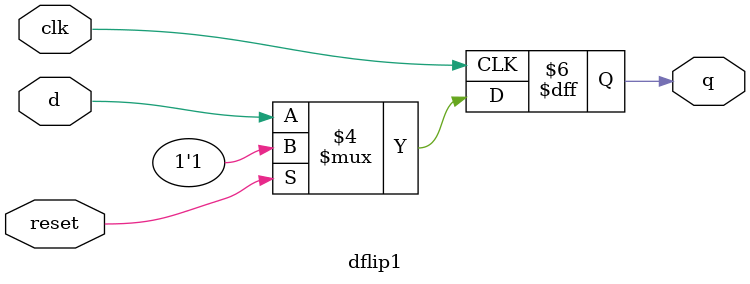
<source format=v>
/*A linear feedback shift register is a shift register usually with a few XOR gates to produce the next state of the shift register.
A Galois LFSR is one particular arrangement where bit positions with a "tap" are XORed with the output bit to produce its next value, 
while bit positions without a tap shift. 
If the taps positions are carefully chosen, the LFSR can be made to be "maximum-length". A maximum-length LFSR of n bits
cycles through 2n-1 states before repeating (the all-zero state is never reached).

The following diagram shows a 5-bit maximal-length Galois LFSR with taps
 at bit positions 5 and 3. (Tap positions are usually numbered starting from 1). Note that I drew the XOR gate at position 5 for consistency, 
 but one of the XOR gate inputs is 0.
Build this LFSR. The reset should reset the LFSR to 1.*/
module top_module(
    input clk,
    input reset,    // Active-high synchronous reset to 5'h1
    output [4:0] q
); 
    wire w1,w2,w3;
    supply0 gnd;
    assign w1=1'b0^q[0];
    dflip inst1(clk,w1,reset,q[4]);
    dflip inst2(clk,q[4],reset,q[3]);
    assign w2=q[3]^q[0];
    dflip inst3(clk,w2,reset,q[2]);
    dflip inst4(clk,q[2],reset,q[1]);
    dflip1 inst5(clk,q[1],reset,q[0]);
    
endmodule
module dflip(input clk,d,reset,output q);
    always@(posedge clk)
        begin
            if(!reset)
                q<=d;
            else
                q<=0;
        end
endmodule
module dflip1(input clk,d,reset,output q);
    always@(posedge clk)
        begin
            if(!reset)
                q<=d;
            else
                q<=1;
        end
endmodule
</source>
